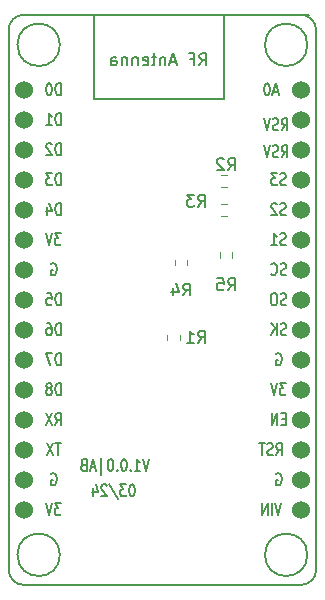
<source format=gbr>
%TF.GenerationSoftware,KiCad,Pcbnew,7.0.10*%
%TF.CreationDate,2024-03-01T13:19:40+01:00*%
%TF.ProjectId,Temp Sensor PCB,54656d70-2053-4656-9e73-6f7220504342,rev?*%
%TF.SameCoordinates,Original*%
%TF.FileFunction,Legend,Bot*%
%TF.FilePolarity,Positive*%
%FSLAX46Y46*%
G04 Gerber Fmt 4.6, Leading zero omitted, Abs format (unit mm)*
G04 Created by KiCad (PCBNEW 7.0.10) date 2024-03-01 13:19:40*
%MOMM*%
%LPD*%
G01*
G04 APERTURE LIST*
%ADD10C,0.150000*%
%ADD11C,0.120000*%
%ADD12C,1.524000*%
G04 APERTURE END LIST*
D10*
X153939696Y-77085819D02*
X154206363Y-76609628D01*
X154396839Y-77085819D02*
X154396839Y-76085819D01*
X154396839Y-76085819D02*
X154092077Y-76085819D01*
X154092077Y-76085819D02*
X154015887Y-76133438D01*
X154015887Y-76133438D02*
X153977792Y-76181057D01*
X153977792Y-76181057D02*
X153939696Y-76276295D01*
X153939696Y-76276295D02*
X153939696Y-76419152D01*
X153939696Y-76419152D02*
X153977792Y-76514390D01*
X153977792Y-76514390D02*
X154015887Y-76562009D01*
X154015887Y-76562009D02*
X154092077Y-76609628D01*
X154092077Y-76609628D02*
X154396839Y-76609628D01*
X153634935Y-77038200D02*
X153520649Y-77085819D01*
X153520649Y-77085819D02*
X153330173Y-77085819D01*
X153330173Y-77085819D02*
X153253982Y-77038200D01*
X153253982Y-77038200D02*
X153215887Y-76990580D01*
X153215887Y-76990580D02*
X153177792Y-76895342D01*
X153177792Y-76895342D02*
X153177792Y-76800104D01*
X153177792Y-76800104D02*
X153215887Y-76704866D01*
X153215887Y-76704866D02*
X153253982Y-76657247D01*
X153253982Y-76657247D02*
X153330173Y-76609628D01*
X153330173Y-76609628D02*
X153482554Y-76562009D01*
X153482554Y-76562009D02*
X153558744Y-76514390D01*
X153558744Y-76514390D02*
X153596839Y-76466771D01*
X153596839Y-76466771D02*
X153634935Y-76371533D01*
X153634935Y-76371533D02*
X153634935Y-76276295D01*
X153634935Y-76276295D02*
X153596839Y-76181057D01*
X153596839Y-76181057D02*
X153558744Y-76133438D01*
X153558744Y-76133438D02*
X153482554Y-76085819D01*
X153482554Y-76085819D02*
X153292077Y-76085819D01*
X153292077Y-76085819D02*
X153177792Y-76133438D01*
X152949220Y-76085819D02*
X152682553Y-77085819D01*
X152682553Y-77085819D02*
X152415887Y-76085819D01*
X142700125Y-104914819D02*
X142433458Y-105914819D01*
X142433458Y-105914819D02*
X142166792Y-104914819D01*
X141481078Y-105914819D02*
X141938221Y-105914819D01*
X141709649Y-105914819D02*
X141709649Y-104914819D01*
X141709649Y-104914819D02*
X141785840Y-105057676D01*
X141785840Y-105057676D02*
X141862030Y-105152914D01*
X141862030Y-105152914D02*
X141938221Y-105200533D01*
X141138220Y-105819580D02*
X141100125Y-105867200D01*
X141100125Y-105867200D02*
X141138220Y-105914819D01*
X141138220Y-105914819D02*
X141176316Y-105867200D01*
X141176316Y-105867200D02*
X141138220Y-105819580D01*
X141138220Y-105819580D02*
X141138220Y-105914819D01*
X140604887Y-104914819D02*
X140528697Y-104914819D01*
X140528697Y-104914819D02*
X140452506Y-104962438D01*
X140452506Y-104962438D02*
X140414411Y-105010057D01*
X140414411Y-105010057D02*
X140376316Y-105105295D01*
X140376316Y-105105295D02*
X140338221Y-105295771D01*
X140338221Y-105295771D02*
X140338221Y-105533866D01*
X140338221Y-105533866D02*
X140376316Y-105724342D01*
X140376316Y-105724342D02*
X140414411Y-105819580D01*
X140414411Y-105819580D02*
X140452506Y-105867200D01*
X140452506Y-105867200D02*
X140528697Y-105914819D01*
X140528697Y-105914819D02*
X140604887Y-105914819D01*
X140604887Y-105914819D02*
X140681078Y-105867200D01*
X140681078Y-105867200D02*
X140719173Y-105819580D01*
X140719173Y-105819580D02*
X140757268Y-105724342D01*
X140757268Y-105724342D02*
X140795364Y-105533866D01*
X140795364Y-105533866D02*
X140795364Y-105295771D01*
X140795364Y-105295771D02*
X140757268Y-105105295D01*
X140757268Y-105105295D02*
X140719173Y-105010057D01*
X140719173Y-105010057D02*
X140681078Y-104962438D01*
X140681078Y-104962438D02*
X140604887Y-104914819D01*
X139995363Y-105819580D02*
X139957268Y-105867200D01*
X139957268Y-105867200D02*
X139995363Y-105914819D01*
X139995363Y-105914819D02*
X140033459Y-105867200D01*
X140033459Y-105867200D02*
X139995363Y-105819580D01*
X139995363Y-105819580D02*
X139995363Y-105914819D01*
X139462030Y-104914819D02*
X139385840Y-104914819D01*
X139385840Y-104914819D02*
X139309649Y-104962438D01*
X139309649Y-104962438D02*
X139271554Y-105010057D01*
X139271554Y-105010057D02*
X139233459Y-105105295D01*
X139233459Y-105105295D02*
X139195364Y-105295771D01*
X139195364Y-105295771D02*
X139195364Y-105533866D01*
X139195364Y-105533866D02*
X139233459Y-105724342D01*
X139233459Y-105724342D02*
X139271554Y-105819580D01*
X139271554Y-105819580D02*
X139309649Y-105867200D01*
X139309649Y-105867200D02*
X139385840Y-105914819D01*
X139385840Y-105914819D02*
X139462030Y-105914819D01*
X139462030Y-105914819D02*
X139538221Y-105867200D01*
X139538221Y-105867200D02*
X139576316Y-105819580D01*
X139576316Y-105819580D02*
X139614411Y-105724342D01*
X139614411Y-105724342D02*
X139652507Y-105533866D01*
X139652507Y-105533866D02*
X139652507Y-105295771D01*
X139652507Y-105295771D02*
X139614411Y-105105295D01*
X139614411Y-105105295D02*
X139576316Y-105010057D01*
X139576316Y-105010057D02*
X139538221Y-104962438D01*
X139538221Y-104962438D02*
X139462030Y-104914819D01*
X138662030Y-106248152D02*
X138662030Y-104819580D01*
X138128697Y-105629104D02*
X137747744Y-105629104D01*
X138204887Y-105914819D02*
X137938220Y-104914819D01*
X137938220Y-104914819D02*
X137671554Y-105914819D01*
X137138221Y-105391009D02*
X137023935Y-105438628D01*
X137023935Y-105438628D02*
X136985840Y-105486247D01*
X136985840Y-105486247D02*
X136947744Y-105581485D01*
X136947744Y-105581485D02*
X136947744Y-105724342D01*
X136947744Y-105724342D02*
X136985840Y-105819580D01*
X136985840Y-105819580D02*
X137023935Y-105867200D01*
X137023935Y-105867200D02*
X137100125Y-105914819D01*
X137100125Y-105914819D02*
X137404887Y-105914819D01*
X137404887Y-105914819D02*
X137404887Y-104914819D01*
X137404887Y-104914819D02*
X137138221Y-104914819D01*
X137138221Y-104914819D02*
X137062030Y-104962438D01*
X137062030Y-104962438D02*
X137023935Y-105010057D01*
X137023935Y-105010057D02*
X136985840Y-105105295D01*
X136985840Y-105105295D02*
X136985840Y-105200533D01*
X136985840Y-105200533D02*
X137023935Y-105295771D01*
X137023935Y-105295771D02*
X137062030Y-105343390D01*
X137062030Y-105343390D02*
X137138221Y-105391009D01*
X137138221Y-105391009D02*
X137404887Y-105391009D01*
X141290458Y-107073819D02*
X141214268Y-107073819D01*
X141214268Y-107073819D02*
X141138077Y-107121438D01*
X141138077Y-107121438D02*
X141099982Y-107169057D01*
X141099982Y-107169057D02*
X141061887Y-107264295D01*
X141061887Y-107264295D02*
X141023792Y-107454771D01*
X141023792Y-107454771D02*
X141023792Y-107692866D01*
X141023792Y-107692866D02*
X141061887Y-107883342D01*
X141061887Y-107883342D02*
X141099982Y-107978580D01*
X141099982Y-107978580D02*
X141138077Y-108026200D01*
X141138077Y-108026200D02*
X141214268Y-108073819D01*
X141214268Y-108073819D02*
X141290458Y-108073819D01*
X141290458Y-108073819D02*
X141366649Y-108026200D01*
X141366649Y-108026200D02*
X141404744Y-107978580D01*
X141404744Y-107978580D02*
X141442839Y-107883342D01*
X141442839Y-107883342D02*
X141480935Y-107692866D01*
X141480935Y-107692866D02*
X141480935Y-107454771D01*
X141480935Y-107454771D02*
X141442839Y-107264295D01*
X141442839Y-107264295D02*
X141404744Y-107169057D01*
X141404744Y-107169057D02*
X141366649Y-107121438D01*
X141366649Y-107121438D02*
X141290458Y-107073819D01*
X140757125Y-107073819D02*
X140261887Y-107073819D01*
X140261887Y-107073819D02*
X140528553Y-107454771D01*
X140528553Y-107454771D02*
X140414268Y-107454771D01*
X140414268Y-107454771D02*
X140338077Y-107502390D01*
X140338077Y-107502390D02*
X140299982Y-107550009D01*
X140299982Y-107550009D02*
X140261887Y-107645247D01*
X140261887Y-107645247D02*
X140261887Y-107883342D01*
X140261887Y-107883342D02*
X140299982Y-107978580D01*
X140299982Y-107978580D02*
X140338077Y-108026200D01*
X140338077Y-108026200D02*
X140414268Y-108073819D01*
X140414268Y-108073819D02*
X140642839Y-108073819D01*
X140642839Y-108073819D02*
X140719030Y-108026200D01*
X140719030Y-108026200D02*
X140757125Y-107978580D01*
X139347601Y-107026200D02*
X140033315Y-108311914D01*
X139119030Y-107169057D02*
X139080934Y-107121438D01*
X139080934Y-107121438D02*
X139004744Y-107073819D01*
X139004744Y-107073819D02*
X138814268Y-107073819D01*
X138814268Y-107073819D02*
X138738077Y-107121438D01*
X138738077Y-107121438D02*
X138699982Y-107169057D01*
X138699982Y-107169057D02*
X138661887Y-107264295D01*
X138661887Y-107264295D02*
X138661887Y-107359533D01*
X138661887Y-107359533D02*
X138699982Y-107502390D01*
X138699982Y-107502390D02*
X139157125Y-108073819D01*
X139157125Y-108073819D02*
X138661887Y-108073819D01*
X137976172Y-107407152D02*
X137976172Y-108073819D01*
X138166648Y-107026200D02*
X138357125Y-107740485D01*
X138357125Y-107740485D02*
X137861886Y-107740485D01*
X153939696Y-79371819D02*
X154206363Y-78895628D01*
X154396839Y-79371819D02*
X154396839Y-78371819D01*
X154396839Y-78371819D02*
X154092077Y-78371819D01*
X154092077Y-78371819D02*
X154015887Y-78419438D01*
X154015887Y-78419438D02*
X153977792Y-78467057D01*
X153977792Y-78467057D02*
X153939696Y-78562295D01*
X153939696Y-78562295D02*
X153939696Y-78705152D01*
X153939696Y-78705152D02*
X153977792Y-78800390D01*
X153977792Y-78800390D02*
X154015887Y-78848009D01*
X154015887Y-78848009D02*
X154092077Y-78895628D01*
X154092077Y-78895628D02*
X154396839Y-78895628D01*
X153634935Y-79324200D02*
X153520649Y-79371819D01*
X153520649Y-79371819D02*
X153330173Y-79371819D01*
X153330173Y-79371819D02*
X153253982Y-79324200D01*
X153253982Y-79324200D02*
X153215887Y-79276580D01*
X153215887Y-79276580D02*
X153177792Y-79181342D01*
X153177792Y-79181342D02*
X153177792Y-79086104D01*
X153177792Y-79086104D02*
X153215887Y-78990866D01*
X153215887Y-78990866D02*
X153253982Y-78943247D01*
X153253982Y-78943247D02*
X153330173Y-78895628D01*
X153330173Y-78895628D02*
X153482554Y-78848009D01*
X153482554Y-78848009D02*
X153558744Y-78800390D01*
X153558744Y-78800390D02*
X153596839Y-78752771D01*
X153596839Y-78752771D02*
X153634935Y-78657533D01*
X153634935Y-78657533D02*
X153634935Y-78562295D01*
X153634935Y-78562295D02*
X153596839Y-78467057D01*
X153596839Y-78467057D02*
X153558744Y-78419438D01*
X153558744Y-78419438D02*
X153482554Y-78371819D01*
X153482554Y-78371819D02*
X153292077Y-78371819D01*
X153292077Y-78371819D02*
X153177792Y-78419438D01*
X152949220Y-78371819D02*
X152682553Y-79371819D01*
X152682553Y-79371819D02*
X152415887Y-78371819D01*
X146851666Y-95069819D02*
X147184999Y-94593628D01*
X147423094Y-95069819D02*
X147423094Y-94069819D01*
X147423094Y-94069819D02*
X147042142Y-94069819D01*
X147042142Y-94069819D02*
X146946904Y-94117438D01*
X146946904Y-94117438D02*
X146899285Y-94165057D01*
X146899285Y-94165057D02*
X146851666Y-94260295D01*
X146851666Y-94260295D02*
X146851666Y-94403152D01*
X146851666Y-94403152D02*
X146899285Y-94498390D01*
X146899285Y-94498390D02*
X146946904Y-94546009D01*
X146946904Y-94546009D02*
X147042142Y-94593628D01*
X147042142Y-94593628D02*
X147423094Y-94593628D01*
X145899285Y-95069819D02*
X146470713Y-95069819D01*
X146184999Y-95069819D02*
X146184999Y-94069819D01*
X146184999Y-94069819D02*
X146280237Y-94212676D01*
X146280237Y-94212676D02*
X146375475Y-94307914D01*
X146375475Y-94307914D02*
X146470713Y-94355533D01*
X146851666Y-83544819D02*
X147184999Y-83068628D01*
X147423094Y-83544819D02*
X147423094Y-82544819D01*
X147423094Y-82544819D02*
X147042142Y-82544819D01*
X147042142Y-82544819D02*
X146946904Y-82592438D01*
X146946904Y-82592438D02*
X146899285Y-82640057D01*
X146899285Y-82640057D02*
X146851666Y-82735295D01*
X146851666Y-82735295D02*
X146851666Y-82878152D01*
X146851666Y-82878152D02*
X146899285Y-82973390D01*
X146899285Y-82973390D02*
X146946904Y-83021009D01*
X146946904Y-83021009D02*
X147042142Y-83068628D01*
X147042142Y-83068628D02*
X147423094Y-83068628D01*
X146518332Y-82544819D02*
X145899285Y-82544819D01*
X145899285Y-82544819D02*
X146232618Y-82925771D01*
X146232618Y-82925771D02*
X146089761Y-82925771D01*
X146089761Y-82925771D02*
X145994523Y-82973390D01*
X145994523Y-82973390D02*
X145946904Y-83021009D01*
X145946904Y-83021009D02*
X145899285Y-83116247D01*
X145899285Y-83116247D02*
X145899285Y-83354342D01*
X145899285Y-83354342D02*
X145946904Y-83449580D01*
X145946904Y-83449580D02*
X145994523Y-83497200D01*
X145994523Y-83497200D02*
X146089761Y-83544819D01*
X146089761Y-83544819D02*
X146375475Y-83544819D01*
X146375475Y-83544819D02*
X146470713Y-83497200D01*
X146470713Y-83497200D02*
X146518332Y-83449580D01*
X149391666Y-80464819D02*
X149724999Y-79988628D01*
X149963094Y-80464819D02*
X149963094Y-79464819D01*
X149963094Y-79464819D02*
X149582142Y-79464819D01*
X149582142Y-79464819D02*
X149486904Y-79512438D01*
X149486904Y-79512438D02*
X149439285Y-79560057D01*
X149439285Y-79560057D02*
X149391666Y-79655295D01*
X149391666Y-79655295D02*
X149391666Y-79798152D01*
X149391666Y-79798152D02*
X149439285Y-79893390D01*
X149439285Y-79893390D02*
X149486904Y-79941009D01*
X149486904Y-79941009D02*
X149582142Y-79988628D01*
X149582142Y-79988628D02*
X149963094Y-79988628D01*
X149010713Y-79560057D02*
X148963094Y-79512438D01*
X148963094Y-79512438D02*
X148867856Y-79464819D01*
X148867856Y-79464819D02*
X148629761Y-79464819D01*
X148629761Y-79464819D02*
X148534523Y-79512438D01*
X148534523Y-79512438D02*
X148486904Y-79560057D01*
X148486904Y-79560057D02*
X148439285Y-79655295D01*
X148439285Y-79655295D02*
X148439285Y-79750533D01*
X148439285Y-79750533D02*
X148486904Y-79893390D01*
X148486904Y-79893390D02*
X149058332Y-80464819D01*
X149058332Y-80464819D02*
X148439285Y-80464819D01*
X149391666Y-90624819D02*
X149724999Y-90148628D01*
X149963094Y-90624819D02*
X149963094Y-89624819D01*
X149963094Y-89624819D02*
X149582142Y-89624819D01*
X149582142Y-89624819D02*
X149486904Y-89672438D01*
X149486904Y-89672438D02*
X149439285Y-89720057D01*
X149439285Y-89720057D02*
X149391666Y-89815295D01*
X149391666Y-89815295D02*
X149391666Y-89958152D01*
X149391666Y-89958152D02*
X149439285Y-90053390D01*
X149439285Y-90053390D02*
X149486904Y-90101009D01*
X149486904Y-90101009D02*
X149582142Y-90148628D01*
X149582142Y-90148628D02*
X149963094Y-90148628D01*
X148486904Y-89624819D02*
X148963094Y-89624819D01*
X148963094Y-89624819D02*
X149010713Y-90101009D01*
X149010713Y-90101009D02*
X148963094Y-90053390D01*
X148963094Y-90053390D02*
X148867856Y-90005771D01*
X148867856Y-90005771D02*
X148629761Y-90005771D01*
X148629761Y-90005771D02*
X148534523Y-90053390D01*
X148534523Y-90053390D02*
X148486904Y-90101009D01*
X148486904Y-90101009D02*
X148439285Y-90196247D01*
X148439285Y-90196247D02*
X148439285Y-90434342D01*
X148439285Y-90434342D02*
X148486904Y-90529580D01*
X148486904Y-90529580D02*
X148534523Y-90577200D01*
X148534523Y-90577200D02*
X148629761Y-90624819D01*
X148629761Y-90624819D02*
X148867856Y-90624819D01*
X148867856Y-90624819D02*
X148963094Y-90577200D01*
X148963094Y-90577200D02*
X149010713Y-90529580D01*
X145581666Y-91069819D02*
X145914999Y-90593628D01*
X146153094Y-91069819D02*
X146153094Y-90069819D01*
X146153094Y-90069819D02*
X145772142Y-90069819D01*
X145772142Y-90069819D02*
X145676904Y-90117438D01*
X145676904Y-90117438D02*
X145629285Y-90165057D01*
X145629285Y-90165057D02*
X145581666Y-90260295D01*
X145581666Y-90260295D02*
X145581666Y-90403152D01*
X145581666Y-90403152D02*
X145629285Y-90498390D01*
X145629285Y-90498390D02*
X145676904Y-90546009D01*
X145676904Y-90546009D02*
X145772142Y-90593628D01*
X145772142Y-90593628D02*
X146153094Y-90593628D01*
X144724523Y-90403152D02*
X144724523Y-91069819D01*
X144962618Y-90022200D02*
X145200713Y-90736485D01*
X145200713Y-90736485D02*
X144581666Y-90736485D01*
X135210475Y-99514819D02*
X135210475Y-98514819D01*
X135210475Y-98514819D02*
X135019999Y-98514819D01*
X135019999Y-98514819D02*
X134905713Y-98562438D01*
X134905713Y-98562438D02*
X134829523Y-98657676D01*
X134829523Y-98657676D02*
X134791428Y-98752914D01*
X134791428Y-98752914D02*
X134753332Y-98943390D01*
X134753332Y-98943390D02*
X134753332Y-99086247D01*
X134753332Y-99086247D02*
X134791428Y-99276723D01*
X134791428Y-99276723D02*
X134829523Y-99371961D01*
X134829523Y-99371961D02*
X134905713Y-99467200D01*
X134905713Y-99467200D02*
X135019999Y-99514819D01*
X135019999Y-99514819D02*
X135210475Y-99514819D01*
X134296190Y-98943390D02*
X134372380Y-98895771D01*
X134372380Y-98895771D02*
X134410475Y-98848152D01*
X134410475Y-98848152D02*
X134448571Y-98752914D01*
X134448571Y-98752914D02*
X134448571Y-98705295D01*
X134448571Y-98705295D02*
X134410475Y-98610057D01*
X134410475Y-98610057D02*
X134372380Y-98562438D01*
X134372380Y-98562438D02*
X134296190Y-98514819D01*
X134296190Y-98514819D02*
X134143809Y-98514819D01*
X134143809Y-98514819D02*
X134067618Y-98562438D01*
X134067618Y-98562438D02*
X134029523Y-98610057D01*
X134029523Y-98610057D02*
X133991428Y-98705295D01*
X133991428Y-98705295D02*
X133991428Y-98752914D01*
X133991428Y-98752914D02*
X134029523Y-98848152D01*
X134029523Y-98848152D02*
X134067618Y-98895771D01*
X134067618Y-98895771D02*
X134143809Y-98943390D01*
X134143809Y-98943390D02*
X134296190Y-98943390D01*
X134296190Y-98943390D02*
X134372380Y-98991009D01*
X134372380Y-98991009D02*
X134410475Y-99038628D01*
X134410475Y-99038628D02*
X134448571Y-99133866D01*
X134448571Y-99133866D02*
X134448571Y-99324342D01*
X134448571Y-99324342D02*
X134410475Y-99419580D01*
X134410475Y-99419580D02*
X134372380Y-99467200D01*
X134372380Y-99467200D02*
X134296190Y-99514819D01*
X134296190Y-99514819D02*
X134143809Y-99514819D01*
X134143809Y-99514819D02*
X134067618Y-99467200D01*
X134067618Y-99467200D02*
X134029523Y-99419580D01*
X134029523Y-99419580D02*
X133991428Y-99324342D01*
X133991428Y-99324342D02*
X133991428Y-99133866D01*
X133991428Y-99133866D02*
X134029523Y-99038628D01*
X134029523Y-99038628D02*
X134067618Y-98991009D01*
X134067618Y-98991009D02*
X134143809Y-98943390D01*
X153460476Y-106182438D02*
X153536666Y-106134819D01*
X153536666Y-106134819D02*
X153650952Y-106134819D01*
X153650952Y-106134819D02*
X153765238Y-106182438D01*
X153765238Y-106182438D02*
X153841428Y-106277676D01*
X153841428Y-106277676D02*
X153879523Y-106372914D01*
X153879523Y-106372914D02*
X153917619Y-106563390D01*
X153917619Y-106563390D02*
X153917619Y-106706247D01*
X153917619Y-106706247D02*
X153879523Y-106896723D01*
X153879523Y-106896723D02*
X153841428Y-106991961D01*
X153841428Y-106991961D02*
X153765238Y-107087200D01*
X153765238Y-107087200D02*
X153650952Y-107134819D01*
X153650952Y-107134819D02*
X153574761Y-107134819D01*
X153574761Y-107134819D02*
X153460476Y-107087200D01*
X153460476Y-107087200D02*
X153422380Y-107039580D01*
X153422380Y-107039580D02*
X153422380Y-106706247D01*
X153422380Y-106706247D02*
X153574761Y-106706247D01*
X135210475Y-91894819D02*
X135210475Y-90894819D01*
X135210475Y-90894819D02*
X135019999Y-90894819D01*
X135019999Y-90894819D02*
X134905713Y-90942438D01*
X134905713Y-90942438D02*
X134829523Y-91037676D01*
X134829523Y-91037676D02*
X134791428Y-91132914D01*
X134791428Y-91132914D02*
X134753332Y-91323390D01*
X134753332Y-91323390D02*
X134753332Y-91466247D01*
X134753332Y-91466247D02*
X134791428Y-91656723D01*
X134791428Y-91656723D02*
X134829523Y-91751961D01*
X134829523Y-91751961D02*
X134905713Y-91847200D01*
X134905713Y-91847200D02*
X135019999Y-91894819D01*
X135019999Y-91894819D02*
X135210475Y-91894819D01*
X134029523Y-90894819D02*
X134410475Y-90894819D01*
X134410475Y-90894819D02*
X134448571Y-91371009D01*
X134448571Y-91371009D02*
X134410475Y-91323390D01*
X134410475Y-91323390D02*
X134334285Y-91275771D01*
X134334285Y-91275771D02*
X134143809Y-91275771D01*
X134143809Y-91275771D02*
X134067618Y-91323390D01*
X134067618Y-91323390D02*
X134029523Y-91371009D01*
X134029523Y-91371009D02*
X133991428Y-91466247D01*
X133991428Y-91466247D02*
X133991428Y-91704342D01*
X133991428Y-91704342D02*
X134029523Y-91799580D01*
X134029523Y-91799580D02*
X134067618Y-91847200D01*
X134067618Y-91847200D02*
X134143809Y-91894819D01*
X134143809Y-91894819D02*
X134334285Y-91894819D01*
X134334285Y-91894819D02*
X134410475Y-91847200D01*
X134410475Y-91847200D02*
X134448571Y-91799580D01*
X153911189Y-108674819D02*
X153644522Y-109674819D01*
X153644522Y-109674819D02*
X153377856Y-108674819D01*
X153111189Y-109674819D02*
X153111189Y-108674819D01*
X152730237Y-109674819D02*
X152730237Y-108674819D01*
X152730237Y-108674819D02*
X152273094Y-109674819D01*
X152273094Y-109674819D02*
X152273094Y-108674819D01*
X134410476Y-88402438D02*
X134486666Y-88354819D01*
X134486666Y-88354819D02*
X134600952Y-88354819D01*
X134600952Y-88354819D02*
X134715238Y-88402438D01*
X134715238Y-88402438D02*
X134791428Y-88497676D01*
X134791428Y-88497676D02*
X134829523Y-88592914D01*
X134829523Y-88592914D02*
X134867619Y-88783390D01*
X134867619Y-88783390D02*
X134867619Y-88926247D01*
X134867619Y-88926247D02*
X134829523Y-89116723D01*
X134829523Y-89116723D02*
X134791428Y-89211961D01*
X134791428Y-89211961D02*
X134715238Y-89307200D01*
X134715238Y-89307200D02*
X134600952Y-89354819D01*
X134600952Y-89354819D02*
X134524761Y-89354819D01*
X134524761Y-89354819D02*
X134410476Y-89307200D01*
X134410476Y-89307200D02*
X134372380Y-89259580D01*
X134372380Y-89259580D02*
X134372380Y-88926247D01*
X134372380Y-88926247D02*
X134524761Y-88926247D01*
X135210475Y-94434819D02*
X135210475Y-93434819D01*
X135210475Y-93434819D02*
X135019999Y-93434819D01*
X135019999Y-93434819D02*
X134905713Y-93482438D01*
X134905713Y-93482438D02*
X134829523Y-93577676D01*
X134829523Y-93577676D02*
X134791428Y-93672914D01*
X134791428Y-93672914D02*
X134753332Y-93863390D01*
X134753332Y-93863390D02*
X134753332Y-94006247D01*
X134753332Y-94006247D02*
X134791428Y-94196723D01*
X134791428Y-94196723D02*
X134829523Y-94291961D01*
X134829523Y-94291961D02*
X134905713Y-94387200D01*
X134905713Y-94387200D02*
X135019999Y-94434819D01*
X135019999Y-94434819D02*
X135210475Y-94434819D01*
X134067618Y-93434819D02*
X134219999Y-93434819D01*
X134219999Y-93434819D02*
X134296190Y-93482438D01*
X134296190Y-93482438D02*
X134334285Y-93530057D01*
X134334285Y-93530057D02*
X134410475Y-93672914D01*
X134410475Y-93672914D02*
X134448571Y-93863390D01*
X134448571Y-93863390D02*
X134448571Y-94244342D01*
X134448571Y-94244342D02*
X134410475Y-94339580D01*
X134410475Y-94339580D02*
X134372380Y-94387200D01*
X134372380Y-94387200D02*
X134296190Y-94434819D01*
X134296190Y-94434819D02*
X134143809Y-94434819D01*
X134143809Y-94434819D02*
X134067618Y-94387200D01*
X134067618Y-94387200D02*
X134029523Y-94339580D01*
X134029523Y-94339580D02*
X133991428Y-94244342D01*
X133991428Y-94244342D02*
X133991428Y-94006247D01*
X133991428Y-94006247D02*
X134029523Y-93911009D01*
X134029523Y-93911009D02*
X134067618Y-93863390D01*
X134067618Y-93863390D02*
X134143809Y-93815771D01*
X134143809Y-93815771D02*
X134296190Y-93815771D01*
X134296190Y-93815771D02*
X134372380Y-93863390D01*
X134372380Y-93863390D02*
X134410475Y-93911009D01*
X134410475Y-93911009D02*
X134448571Y-94006247D01*
X146962381Y-71574819D02*
X147295714Y-71098628D01*
X147533809Y-71574819D02*
X147533809Y-70574819D01*
X147533809Y-70574819D02*
X147152857Y-70574819D01*
X147152857Y-70574819D02*
X147057619Y-70622438D01*
X147057619Y-70622438D02*
X147010000Y-70670057D01*
X147010000Y-70670057D02*
X146962381Y-70765295D01*
X146962381Y-70765295D02*
X146962381Y-70908152D01*
X146962381Y-70908152D02*
X147010000Y-71003390D01*
X147010000Y-71003390D02*
X147057619Y-71051009D01*
X147057619Y-71051009D02*
X147152857Y-71098628D01*
X147152857Y-71098628D02*
X147533809Y-71098628D01*
X146200476Y-71051009D02*
X146533809Y-71051009D01*
X146533809Y-71574819D02*
X146533809Y-70574819D01*
X146533809Y-70574819D02*
X146057619Y-70574819D01*
X144962380Y-71289104D02*
X144486190Y-71289104D01*
X145057618Y-71574819D02*
X144724285Y-70574819D01*
X144724285Y-70574819D02*
X144390952Y-71574819D01*
X144057618Y-70908152D02*
X144057618Y-71574819D01*
X144057618Y-71003390D02*
X144009999Y-70955771D01*
X144009999Y-70955771D02*
X143914761Y-70908152D01*
X143914761Y-70908152D02*
X143771904Y-70908152D01*
X143771904Y-70908152D02*
X143676666Y-70955771D01*
X143676666Y-70955771D02*
X143629047Y-71051009D01*
X143629047Y-71051009D02*
X143629047Y-71574819D01*
X143295713Y-70908152D02*
X142914761Y-70908152D01*
X143152856Y-70574819D02*
X143152856Y-71431961D01*
X143152856Y-71431961D02*
X143105237Y-71527200D01*
X143105237Y-71527200D02*
X143009999Y-71574819D01*
X143009999Y-71574819D02*
X142914761Y-71574819D01*
X142200475Y-71527200D02*
X142295713Y-71574819D01*
X142295713Y-71574819D02*
X142486189Y-71574819D01*
X142486189Y-71574819D02*
X142581427Y-71527200D01*
X142581427Y-71527200D02*
X142629046Y-71431961D01*
X142629046Y-71431961D02*
X142629046Y-71051009D01*
X142629046Y-71051009D02*
X142581427Y-70955771D01*
X142581427Y-70955771D02*
X142486189Y-70908152D01*
X142486189Y-70908152D02*
X142295713Y-70908152D01*
X142295713Y-70908152D02*
X142200475Y-70955771D01*
X142200475Y-70955771D02*
X142152856Y-71051009D01*
X142152856Y-71051009D02*
X142152856Y-71146247D01*
X142152856Y-71146247D02*
X142629046Y-71241485D01*
X141724284Y-70908152D02*
X141724284Y-71574819D01*
X141724284Y-71003390D02*
X141676665Y-70955771D01*
X141676665Y-70955771D02*
X141581427Y-70908152D01*
X141581427Y-70908152D02*
X141438570Y-70908152D01*
X141438570Y-70908152D02*
X141343332Y-70955771D01*
X141343332Y-70955771D02*
X141295713Y-71051009D01*
X141295713Y-71051009D02*
X141295713Y-71574819D01*
X140819522Y-70908152D02*
X140819522Y-71574819D01*
X140819522Y-71003390D02*
X140771903Y-70955771D01*
X140771903Y-70955771D02*
X140676665Y-70908152D01*
X140676665Y-70908152D02*
X140533808Y-70908152D01*
X140533808Y-70908152D02*
X140438570Y-70955771D01*
X140438570Y-70955771D02*
X140390951Y-71051009D01*
X140390951Y-71051009D02*
X140390951Y-71574819D01*
X139486189Y-71574819D02*
X139486189Y-71051009D01*
X139486189Y-71051009D02*
X139533808Y-70955771D01*
X139533808Y-70955771D02*
X139629046Y-70908152D01*
X139629046Y-70908152D02*
X139819522Y-70908152D01*
X139819522Y-70908152D02*
X139914760Y-70955771D01*
X139486189Y-71527200D02*
X139581427Y-71574819D01*
X139581427Y-71574819D02*
X139819522Y-71574819D01*
X139819522Y-71574819D02*
X139914760Y-71527200D01*
X139914760Y-71527200D02*
X139962379Y-71431961D01*
X139962379Y-71431961D02*
X139962379Y-71336723D01*
X139962379Y-71336723D02*
X139914760Y-71241485D01*
X139914760Y-71241485D02*
X139819522Y-71193866D01*
X139819522Y-71193866D02*
X139581427Y-71193866D01*
X139581427Y-71193866D02*
X139486189Y-71146247D01*
X135210475Y-79194819D02*
X135210475Y-78194819D01*
X135210475Y-78194819D02*
X135019999Y-78194819D01*
X135019999Y-78194819D02*
X134905713Y-78242438D01*
X134905713Y-78242438D02*
X134829523Y-78337676D01*
X134829523Y-78337676D02*
X134791428Y-78432914D01*
X134791428Y-78432914D02*
X134753332Y-78623390D01*
X134753332Y-78623390D02*
X134753332Y-78766247D01*
X134753332Y-78766247D02*
X134791428Y-78956723D01*
X134791428Y-78956723D02*
X134829523Y-79051961D01*
X134829523Y-79051961D02*
X134905713Y-79147200D01*
X134905713Y-79147200D02*
X135019999Y-79194819D01*
X135019999Y-79194819D02*
X135210475Y-79194819D01*
X134448571Y-78290057D02*
X134410475Y-78242438D01*
X134410475Y-78242438D02*
X134334285Y-78194819D01*
X134334285Y-78194819D02*
X134143809Y-78194819D01*
X134143809Y-78194819D02*
X134067618Y-78242438D01*
X134067618Y-78242438D02*
X134029523Y-78290057D01*
X134029523Y-78290057D02*
X133991428Y-78385295D01*
X133991428Y-78385295D02*
X133991428Y-78480533D01*
X133991428Y-78480533D02*
X134029523Y-78623390D01*
X134029523Y-78623390D02*
X134486666Y-79194819D01*
X134486666Y-79194819D02*
X133991428Y-79194819D01*
X134753332Y-102054819D02*
X135019999Y-101578628D01*
X135210475Y-102054819D02*
X135210475Y-101054819D01*
X135210475Y-101054819D02*
X134905713Y-101054819D01*
X134905713Y-101054819D02*
X134829523Y-101102438D01*
X134829523Y-101102438D02*
X134791428Y-101150057D01*
X134791428Y-101150057D02*
X134753332Y-101245295D01*
X134753332Y-101245295D02*
X134753332Y-101388152D01*
X134753332Y-101388152D02*
X134791428Y-101483390D01*
X134791428Y-101483390D02*
X134829523Y-101531009D01*
X134829523Y-101531009D02*
X134905713Y-101578628D01*
X134905713Y-101578628D02*
X135210475Y-101578628D01*
X134486666Y-101054819D02*
X133953332Y-102054819D01*
X133953332Y-101054819D02*
X134486666Y-102054819D01*
X154260475Y-101531009D02*
X153993809Y-101531009D01*
X153879523Y-102054819D02*
X154260475Y-102054819D01*
X154260475Y-102054819D02*
X154260475Y-101054819D01*
X154260475Y-101054819D02*
X153879523Y-101054819D01*
X153536665Y-102054819D02*
X153536665Y-101054819D01*
X153536665Y-101054819D02*
X153079522Y-102054819D01*
X153079522Y-102054819D02*
X153079522Y-101054819D01*
X153460476Y-96022438D02*
X153536666Y-95974819D01*
X153536666Y-95974819D02*
X153650952Y-95974819D01*
X153650952Y-95974819D02*
X153765238Y-96022438D01*
X153765238Y-96022438D02*
X153841428Y-96117676D01*
X153841428Y-96117676D02*
X153879523Y-96212914D01*
X153879523Y-96212914D02*
X153917619Y-96403390D01*
X153917619Y-96403390D02*
X153917619Y-96546247D01*
X153917619Y-96546247D02*
X153879523Y-96736723D01*
X153879523Y-96736723D02*
X153841428Y-96831961D01*
X153841428Y-96831961D02*
X153765238Y-96927200D01*
X153765238Y-96927200D02*
X153650952Y-96974819D01*
X153650952Y-96974819D02*
X153574761Y-96974819D01*
X153574761Y-96974819D02*
X153460476Y-96927200D01*
X153460476Y-96927200D02*
X153422380Y-96879580D01*
X153422380Y-96879580D02*
X153422380Y-96546247D01*
X153422380Y-96546247D02*
X153574761Y-96546247D01*
X154279524Y-81687200D02*
X154165238Y-81734819D01*
X154165238Y-81734819D02*
X153974762Y-81734819D01*
X153974762Y-81734819D02*
X153898571Y-81687200D01*
X153898571Y-81687200D02*
X153860476Y-81639580D01*
X153860476Y-81639580D02*
X153822381Y-81544342D01*
X153822381Y-81544342D02*
X153822381Y-81449104D01*
X153822381Y-81449104D02*
X153860476Y-81353866D01*
X153860476Y-81353866D02*
X153898571Y-81306247D01*
X153898571Y-81306247D02*
X153974762Y-81258628D01*
X153974762Y-81258628D02*
X154127143Y-81211009D01*
X154127143Y-81211009D02*
X154203333Y-81163390D01*
X154203333Y-81163390D02*
X154241428Y-81115771D01*
X154241428Y-81115771D02*
X154279524Y-81020533D01*
X154279524Y-81020533D02*
X154279524Y-80925295D01*
X154279524Y-80925295D02*
X154241428Y-80830057D01*
X154241428Y-80830057D02*
X154203333Y-80782438D01*
X154203333Y-80782438D02*
X154127143Y-80734819D01*
X154127143Y-80734819D02*
X153936666Y-80734819D01*
X153936666Y-80734819D02*
X153822381Y-80782438D01*
X153555714Y-80734819D02*
X153060476Y-80734819D01*
X153060476Y-80734819D02*
X153327142Y-81115771D01*
X153327142Y-81115771D02*
X153212857Y-81115771D01*
X153212857Y-81115771D02*
X153136666Y-81163390D01*
X153136666Y-81163390D02*
X153098571Y-81211009D01*
X153098571Y-81211009D02*
X153060476Y-81306247D01*
X153060476Y-81306247D02*
X153060476Y-81544342D01*
X153060476Y-81544342D02*
X153098571Y-81639580D01*
X153098571Y-81639580D02*
X153136666Y-81687200D01*
X153136666Y-81687200D02*
X153212857Y-81734819D01*
X153212857Y-81734819D02*
X153441428Y-81734819D01*
X153441428Y-81734819D02*
X153517619Y-81687200D01*
X153517619Y-81687200D02*
X153555714Y-81639580D01*
X135229523Y-103594819D02*
X134772380Y-103594819D01*
X135000952Y-104594819D02*
X135000952Y-103594819D01*
X134581904Y-103594819D02*
X134048570Y-104594819D01*
X134048570Y-103594819D02*
X134581904Y-104594819D01*
X154298571Y-94387200D02*
X154184285Y-94434819D01*
X154184285Y-94434819D02*
X153993809Y-94434819D01*
X153993809Y-94434819D02*
X153917618Y-94387200D01*
X153917618Y-94387200D02*
X153879523Y-94339580D01*
X153879523Y-94339580D02*
X153841428Y-94244342D01*
X153841428Y-94244342D02*
X153841428Y-94149104D01*
X153841428Y-94149104D02*
X153879523Y-94053866D01*
X153879523Y-94053866D02*
X153917618Y-94006247D01*
X153917618Y-94006247D02*
X153993809Y-93958628D01*
X153993809Y-93958628D02*
X154146190Y-93911009D01*
X154146190Y-93911009D02*
X154222380Y-93863390D01*
X154222380Y-93863390D02*
X154260475Y-93815771D01*
X154260475Y-93815771D02*
X154298571Y-93720533D01*
X154298571Y-93720533D02*
X154298571Y-93625295D01*
X154298571Y-93625295D02*
X154260475Y-93530057D01*
X154260475Y-93530057D02*
X154222380Y-93482438D01*
X154222380Y-93482438D02*
X154146190Y-93434819D01*
X154146190Y-93434819D02*
X153955713Y-93434819D01*
X153955713Y-93434819D02*
X153841428Y-93482438D01*
X153498570Y-94434819D02*
X153498570Y-93434819D01*
X153041427Y-94434819D02*
X153384285Y-93863390D01*
X153041427Y-93434819D02*
X153498570Y-94006247D01*
X135229523Y-85814819D02*
X134734285Y-85814819D01*
X134734285Y-85814819D02*
X135000951Y-86195771D01*
X135000951Y-86195771D02*
X134886666Y-86195771D01*
X134886666Y-86195771D02*
X134810475Y-86243390D01*
X134810475Y-86243390D02*
X134772380Y-86291009D01*
X134772380Y-86291009D02*
X134734285Y-86386247D01*
X134734285Y-86386247D02*
X134734285Y-86624342D01*
X134734285Y-86624342D02*
X134772380Y-86719580D01*
X134772380Y-86719580D02*
X134810475Y-86767200D01*
X134810475Y-86767200D02*
X134886666Y-86814819D01*
X134886666Y-86814819D02*
X135115237Y-86814819D01*
X135115237Y-86814819D02*
X135191428Y-86767200D01*
X135191428Y-86767200D02*
X135229523Y-86719580D01*
X134505713Y-85814819D02*
X134239046Y-86814819D01*
X134239046Y-86814819D02*
X133972380Y-85814819D01*
X154279524Y-86767200D02*
X154165238Y-86814819D01*
X154165238Y-86814819D02*
X153974762Y-86814819D01*
X153974762Y-86814819D02*
X153898571Y-86767200D01*
X153898571Y-86767200D02*
X153860476Y-86719580D01*
X153860476Y-86719580D02*
X153822381Y-86624342D01*
X153822381Y-86624342D02*
X153822381Y-86529104D01*
X153822381Y-86529104D02*
X153860476Y-86433866D01*
X153860476Y-86433866D02*
X153898571Y-86386247D01*
X153898571Y-86386247D02*
X153974762Y-86338628D01*
X153974762Y-86338628D02*
X154127143Y-86291009D01*
X154127143Y-86291009D02*
X154203333Y-86243390D01*
X154203333Y-86243390D02*
X154241428Y-86195771D01*
X154241428Y-86195771D02*
X154279524Y-86100533D01*
X154279524Y-86100533D02*
X154279524Y-86005295D01*
X154279524Y-86005295D02*
X154241428Y-85910057D01*
X154241428Y-85910057D02*
X154203333Y-85862438D01*
X154203333Y-85862438D02*
X154127143Y-85814819D01*
X154127143Y-85814819D02*
X153936666Y-85814819D01*
X153936666Y-85814819D02*
X153822381Y-85862438D01*
X153060476Y-86814819D02*
X153517619Y-86814819D01*
X153289047Y-86814819D02*
X153289047Y-85814819D01*
X153289047Y-85814819D02*
X153365238Y-85957676D01*
X153365238Y-85957676D02*
X153441428Y-86052914D01*
X153441428Y-86052914D02*
X153517619Y-86100533D01*
X154298571Y-89307200D02*
X154184285Y-89354819D01*
X154184285Y-89354819D02*
X153993809Y-89354819D01*
X153993809Y-89354819D02*
X153917618Y-89307200D01*
X153917618Y-89307200D02*
X153879523Y-89259580D01*
X153879523Y-89259580D02*
X153841428Y-89164342D01*
X153841428Y-89164342D02*
X153841428Y-89069104D01*
X153841428Y-89069104D02*
X153879523Y-88973866D01*
X153879523Y-88973866D02*
X153917618Y-88926247D01*
X153917618Y-88926247D02*
X153993809Y-88878628D01*
X153993809Y-88878628D02*
X154146190Y-88831009D01*
X154146190Y-88831009D02*
X154222380Y-88783390D01*
X154222380Y-88783390D02*
X154260475Y-88735771D01*
X154260475Y-88735771D02*
X154298571Y-88640533D01*
X154298571Y-88640533D02*
X154298571Y-88545295D01*
X154298571Y-88545295D02*
X154260475Y-88450057D01*
X154260475Y-88450057D02*
X154222380Y-88402438D01*
X154222380Y-88402438D02*
X154146190Y-88354819D01*
X154146190Y-88354819D02*
X153955713Y-88354819D01*
X153955713Y-88354819D02*
X153841428Y-88402438D01*
X153041427Y-89259580D02*
X153079523Y-89307200D01*
X153079523Y-89307200D02*
X153193808Y-89354819D01*
X153193808Y-89354819D02*
X153269999Y-89354819D01*
X153269999Y-89354819D02*
X153384285Y-89307200D01*
X153384285Y-89307200D02*
X153460475Y-89211961D01*
X153460475Y-89211961D02*
X153498570Y-89116723D01*
X153498570Y-89116723D02*
X153536666Y-88926247D01*
X153536666Y-88926247D02*
X153536666Y-88783390D01*
X153536666Y-88783390D02*
X153498570Y-88592914D01*
X153498570Y-88592914D02*
X153460475Y-88497676D01*
X153460475Y-88497676D02*
X153384285Y-88402438D01*
X153384285Y-88402438D02*
X153269999Y-88354819D01*
X153269999Y-88354819D02*
X153193808Y-88354819D01*
X153193808Y-88354819D02*
X153079523Y-88402438D01*
X153079523Y-88402438D02*
X153041427Y-88450057D01*
X154279523Y-98514819D02*
X153784285Y-98514819D01*
X153784285Y-98514819D02*
X154050951Y-98895771D01*
X154050951Y-98895771D02*
X153936666Y-98895771D01*
X153936666Y-98895771D02*
X153860475Y-98943390D01*
X153860475Y-98943390D02*
X153822380Y-98991009D01*
X153822380Y-98991009D02*
X153784285Y-99086247D01*
X153784285Y-99086247D02*
X153784285Y-99324342D01*
X153784285Y-99324342D02*
X153822380Y-99419580D01*
X153822380Y-99419580D02*
X153860475Y-99467200D01*
X153860475Y-99467200D02*
X153936666Y-99514819D01*
X153936666Y-99514819D02*
X154165237Y-99514819D01*
X154165237Y-99514819D02*
X154241428Y-99467200D01*
X154241428Y-99467200D02*
X154279523Y-99419580D01*
X153555713Y-98514819D02*
X153289046Y-99514819D01*
X153289046Y-99514819D02*
X153022380Y-98514819D01*
X153606428Y-73829104D02*
X153225475Y-73829104D01*
X153682618Y-74114819D02*
X153415951Y-73114819D01*
X153415951Y-73114819D02*
X153149285Y-74114819D01*
X152730237Y-73114819D02*
X152654047Y-73114819D01*
X152654047Y-73114819D02*
X152577856Y-73162438D01*
X152577856Y-73162438D02*
X152539761Y-73210057D01*
X152539761Y-73210057D02*
X152501666Y-73305295D01*
X152501666Y-73305295D02*
X152463571Y-73495771D01*
X152463571Y-73495771D02*
X152463571Y-73733866D01*
X152463571Y-73733866D02*
X152501666Y-73924342D01*
X152501666Y-73924342D02*
X152539761Y-74019580D01*
X152539761Y-74019580D02*
X152577856Y-74067200D01*
X152577856Y-74067200D02*
X152654047Y-74114819D01*
X152654047Y-74114819D02*
X152730237Y-74114819D01*
X152730237Y-74114819D02*
X152806428Y-74067200D01*
X152806428Y-74067200D02*
X152844523Y-74019580D01*
X152844523Y-74019580D02*
X152882618Y-73924342D01*
X152882618Y-73924342D02*
X152920714Y-73733866D01*
X152920714Y-73733866D02*
X152920714Y-73495771D01*
X152920714Y-73495771D02*
X152882618Y-73305295D01*
X152882618Y-73305295D02*
X152844523Y-73210057D01*
X152844523Y-73210057D02*
X152806428Y-73162438D01*
X152806428Y-73162438D02*
X152730237Y-73114819D01*
X153473094Y-104594819D02*
X153739761Y-104118628D01*
X153930237Y-104594819D02*
X153930237Y-103594819D01*
X153930237Y-103594819D02*
X153625475Y-103594819D01*
X153625475Y-103594819D02*
X153549285Y-103642438D01*
X153549285Y-103642438D02*
X153511190Y-103690057D01*
X153511190Y-103690057D02*
X153473094Y-103785295D01*
X153473094Y-103785295D02*
X153473094Y-103928152D01*
X153473094Y-103928152D02*
X153511190Y-104023390D01*
X153511190Y-104023390D02*
X153549285Y-104071009D01*
X153549285Y-104071009D02*
X153625475Y-104118628D01*
X153625475Y-104118628D02*
X153930237Y-104118628D01*
X153168333Y-104547200D02*
X153054047Y-104594819D01*
X153054047Y-104594819D02*
X152863571Y-104594819D01*
X152863571Y-104594819D02*
X152787380Y-104547200D01*
X152787380Y-104547200D02*
X152749285Y-104499580D01*
X152749285Y-104499580D02*
X152711190Y-104404342D01*
X152711190Y-104404342D02*
X152711190Y-104309104D01*
X152711190Y-104309104D02*
X152749285Y-104213866D01*
X152749285Y-104213866D02*
X152787380Y-104166247D01*
X152787380Y-104166247D02*
X152863571Y-104118628D01*
X152863571Y-104118628D02*
X153015952Y-104071009D01*
X153015952Y-104071009D02*
X153092142Y-104023390D01*
X153092142Y-104023390D02*
X153130237Y-103975771D01*
X153130237Y-103975771D02*
X153168333Y-103880533D01*
X153168333Y-103880533D02*
X153168333Y-103785295D01*
X153168333Y-103785295D02*
X153130237Y-103690057D01*
X153130237Y-103690057D02*
X153092142Y-103642438D01*
X153092142Y-103642438D02*
X153015952Y-103594819D01*
X153015952Y-103594819D02*
X152825475Y-103594819D01*
X152825475Y-103594819D02*
X152711190Y-103642438D01*
X152482618Y-103594819D02*
X152025475Y-103594819D01*
X152254047Y-104594819D02*
X152254047Y-103594819D01*
X135210475Y-96974819D02*
X135210475Y-95974819D01*
X135210475Y-95974819D02*
X135019999Y-95974819D01*
X135019999Y-95974819D02*
X134905713Y-96022438D01*
X134905713Y-96022438D02*
X134829523Y-96117676D01*
X134829523Y-96117676D02*
X134791428Y-96212914D01*
X134791428Y-96212914D02*
X134753332Y-96403390D01*
X134753332Y-96403390D02*
X134753332Y-96546247D01*
X134753332Y-96546247D02*
X134791428Y-96736723D01*
X134791428Y-96736723D02*
X134829523Y-96831961D01*
X134829523Y-96831961D02*
X134905713Y-96927200D01*
X134905713Y-96927200D02*
X135019999Y-96974819D01*
X135019999Y-96974819D02*
X135210475Y-96974819D01*
X134486666Y-95974819D02*
X133953332Y-95974819D01*
X133953332Y-95974819D02*
X134296190Y-96974819D01*
X135229523Y-108674819D02*
X134734285Y-108674819D01*
X134734285Y-108674819D02*
X135000951Y-109055771D01*
X135000951Y-109055771D02*
X134886666Y-109055771D01*
X134886666Y-109055771D02*
X134810475Y-109103390D01*
X134810475Y-109103390D02*
X134772380Y-109151009D01*
X134772380Y-109151009D02*
X134734285Y-109246247D01*
X134734285Y-109246247D02*
X134734285Y-109484342D01*
X134734285Y-109484342D02*
X134772380Y-109579580D01*
X134772380Y-109579580D02*
X134810475Y-109627200D01*
X134810475Y-109627200D02*
X134886666Y-109674819D01*
X134886666Y-109674819D02*
X135115237Y-109674819D01*
X135115237Y-109674819D02*
X135191428Y-109627200D01*
X135191428Y-109627200D02*
X135229523Y-109579580D01*
X134505713Y-108674819D02*
X134239046Y-109674819D01*
X134239046Y-109674819D02*
X133972380Y-108674819D01*
X135210475Y-81734819D02*
X135210475Y-80734819D01*
X135210475Y-80734819D02*
X135019999Y-80734819D01*
X135019999Y-80734819D02*
X134905713Y-80782438D01*
X134905713Y-80782438D02*
X134829523Y-80877676D01*
X134829523Y-80877676D02*
X134791428Y-80972914D01*
X134791428Y-80972914D02*
X134753332Y-81163390D01*
X134753332Y-81163390D02*
X134753332Y-81306247D01*
X134753332Y-81306247D02*
X134791428Y-81496723D01*
X134791428Y-81496723D02*
X134829523Y-81591961D01*
X134829523Y-81591961D02*
X134905713Y-81687200D01*
X134905713Y-81687200D02*
X135019999Y-81734819D01*
X135019999Y-81734819D02*
X135210475Y-81734819D01*
X134486666Y-80734819D02*
X133991428Y-80734819D01*
X133991428Y-80734819D02*
X134258094Y-81115771D01*
X134258094Y-81115771D02*
X134143809Y-81115771D01*
X134143809Y-81115771D02*
X134067618Y-81163390D01*
X134067618Y-81163390D02*
X134029523Y-81211009D01*
X134029523Y-81211009D02*
X133991428Y-81306247D01*
X133991428Y-81306247D02*
X133991428Y-81544342D01*
X133991428Y-81544342D02*
X134029523Y-81639580D01*
X134029523Y-81639580D02*
X134067618Y-81687200D01*
X134067618Y-81687200D02*
X134143809Y-81734819D01*
X134143809Y-81734819D02*
X134372380Y-81734819D01*
X134372380Y-81734819D02*
X134448571Y-81687200D01*
X134448571Y-81687200D02*
X134486666Y-81639580D01*
X135210475Y-76654819D02*
X135210475Y-75654819D01*
X135210475Y-75654819D02*
X135019999Y-75654819D01*
X135019999Y-75654819D02*
X134905713Y-75702438D01*
X134905713Y-75702438D02*
X134829523Y-75797676D01*
X134829523Y-75797676D02*
X134791428Y-75892914D01*
X134791428Y-75892914D02*
X134753332Y-76083390D01*
X134753332Y-76083390D02*
X134753332Y-76226247D01*
X134753332Y-76226247D02*
X134791428Y-76416723D01*
X134791428Y-76416723D02*
X134829523Y-76511961D01*
X134829523Y-76511961D02*
X134905713Y-76607200D01*
X134905713Y-76607200D02*
X135019999Y-76654819D01*
X135019999Y-76654819D02*
X135210475Y-76654819D01*
X133991428Y-76654819D02*
X134448571Y-76654819D01*
X134219999Y-76654819D02*
X134219999Y-75654819D01*
X134219999Y-75654819D02*
X134296190Y-75797676D01*
X134296190Y-75797676D02*
X134372380Y-75892914D01*
X134372380Y-75892914D02*
X134448571Y-75940533D01*
X154279524Y-84227200D02*
X154165238Y-84274819D01*
X154165238Y-84274819D02*
X153974762Y-84274819D01*
X153974762Y-84274819D02*
X153898571Y-84227200D01*
X153898571Y-84227200D02*
X153860476Y-84179580D01*
X153860476Y-84179580D02*
X153822381Y-84084342D01*
X153822381Y-84084342D02*
X153822381Y-83989104D01*
X153822381Y-83989104D02*
X153860476Y-83893866D01*
X153860476Y-83893866D02*
X153898571Y-83846247D01*
X153898571Y-83846247D02*
X153974762Y-83798628D01*
X153974762Y-83798628D02*
X154127143Y-83751009D01*
X154127143Y-83751009D02*
X154203333Y-83703390D01*
X154203333Y-83703390D02*
X154241428Y-83655771D01*
X154241428Y-83655771D02*
X154279524Y-83560533D01*
X154279524Y-83560533D02*
X154279524Y-83465295D01*
X154279524Y-83465295D02*
X154241428Y-83370057D01*
X154241428Y-83370057D02*
X154203333Y-83322438D01*
X154203333Y-83322438D02*
X154127143Y-83274819D01*
X154127143Y-83274819D02*
X153936666Y-83274819D01*
X153936666Y-83274819D02*
X153822381Y-83322438D01*
X153517619Y-83370057D02*
X153479523Y-83322438D01*
X153479523Y-83322438D02*
X153403333Y-83274819D01*
X153403333Y-83274819D02*
X153212857Y-83274819D01*
X153212857Y-83274819D02*
X153136666Y-83322438D01*
X153136666Y-83322438D02*
X153098571Y-83370057D01*
X153098571Y-83370057D02*
X153060476Y-83465295D01*
X153060476Y-83465295D02*
X153060476Y-83560533D01*
X153060476Y-83560533D02*
X153098571Y-83703390D01*
X153098571Y-83703390D02*
X153555714Y-84274819D01*
X153555714Y-84274819D02*
X153060476Y-84274819D01*
X135210475Y-74114819D02*
X135210475Y-73114819D01*
X135210475Y-73114819D02*
X135019999Y-73114819D01*
X135019999Y-73114819D02*
X134905713Y-73162438D01*
X134905713Y-73162438D02*
X134829523Y-73257676D01*
X134829523Y-73257676D02*
X134791428Y-73352914D01*
X134791428Y-73352914D02*
X134753332Y-73543390D01*
X134753332Y-73543390D02*
X134753332Y-73686247D01*
X134753332Y-73686247D02*
X134791428Y-73876723D01*
X134791428Y-73876723D02*
X134829523Y-73971961D01*
X134829523Y-73971961D02*
X134905713Y-74067200D01*
X134905713Y-74067200D02*
X135019999Y-74114819D01*
X135019999Y-74114819D02*
X135210475Y-74114819D01*
X134258094Y-73114819D02*
X134181904Y-73114819D01*
X134181904Y-73114819D02*
X134105713Y-73162438D01*
X134105713Y-73162438D02*
X134067618Y-73210057D01*
X134067618Y-73210057D02*
X134029523Y-73305295D01*
X134029523Y-73305295D02*
X133991428Y-73495771D01*
X133991428Y-73495771D02*
X133991428Y-73733866D01*
X133991428Y-73733866D02*
X134029523Y-73924342D01*
X134029523Y-73924342D02*
X134067618Y-74019580D01*
X134067618Y-74019580D02*
X134105713Y-74067200D01*
X134105713Y-74067200D02*
X134181904Y-74114819D01*
X134181904Y-74114819D02*
X134258094Y-74114819D01*
X134258094Y-74114819D02*
X134334285Y-74067200D01*
X134334285Y-74067200D02*
X134372380Y-74019580D01*
X134372380Y-74019580D02*
X134410475Y-73924342D01*
X134410475Y-73924342D02*
X134448571Y-73733866D01*
X134448571Y-73733866D02*
X134448571Y-73495771D01*
X134448571Y-73495771D02*
X134410475Y-73305295D01*
X134410475Y-73305295D02*
X134372380Y-73210057D01*
X134372380Y-73210057D02*
X134334285Y-73162438D01*
X134334285Y-73162438D02*
X134258094Y-73114819D01*
X135210475Y-84274819D02*
X135210475Y-83274819D01*
X135210475Y-83274819D02*
X135019999Y-83274819D01*
X135019999Y-83274819D02*
X134905713Y-83322438D01*
X134905713Y-83322438D02*
X134829523Y-83417676D01*
X134829523Y-83417676D02*
X134791428Y-83512914D01*
X134791428Y-83512914D02*
X134753332Y-83703390D01*
X134753332Y-83703390D02*
X134753332Y-83846247D01*
X134753332Y-83846247D02*
X134791428Y-84036723D01*
X134791428Y-84036723D02*
X134829523Y-84131961D01*
X134829523Y-84131961D02*
X134905713Y-84227200D01*
X134905713Y-84227200D02*
X135019999Y-84274819D01*
X135019999Y-84274819D02*
X135210475Y-84274819D01*
X134067618Y-83608152D02*
X134067618Y-84274819D01*
X134258094Y-83227200D02*
X134448571Y-83941485D01*
X134448571Y-83941485D02*
X133953332Y-83941485D01*
X134410476Y-106182438D02*
X134486666Y-106134819D01*
X134486666Y-106134819D02*
X134600952Y-106134819D01*
X134600952Y-106134819D02*
X134715238Y-106182438D01*
X134715238Y-106182438D02*
X134791428Y-106277676D01*
X134791428Y-106277676D02*
X134829523Y-106372914D01*
X134829523Y-106372914D02*
X134867619Y-106563390D01*
X134867619Y-106563390D02*
X134867619Y-106706247D01*
X134867619Y-106706247D02*
X134829523Y-106896723D01*
X134829523Y-106896723D02*
X134791428Y-106991961D01*
X134791428Y-106991961D02*
X134715238Y-107087200D01*
X134715238Y-107087200D02*
X134600952Y-107134819D01*
X134600952Y-107134819D02*
X134524761Y-107134819D01*
X134524761Y-107134819D02*
X134410476Y-107087200D01*
X134410476Y-107087200D02*
X134372380Y-107039580D01*
X134372380Y-107039580D02*
X134372380Y-106706247D01*
X134372380Y-106706247D02*
X134524761Y-106706247D01*
X154317619Y-91847200D02*
X154203333Y-91894819D01*
X154203333Y-91894819D02*
X154012857Y-91894819D01*
X154012857Y-91894819D02*
X153936666Y-91847200D01*
X153936666Y-91847200D02*
X153898571Y-91799580D01*
X153898571Y-91799580D02*
X153860476Y-91704342D01*
X153860476Y-91704342D02*
X153860476Y-91609104D01*
X153860476Y-91609104D02*
X153898571Y-91513866D01*
X153898571Y-91513866D02*
X153936666Y-91466247D01*
X153936666Y-91466247D02*
X154012857Y-91418628D01*
X154012857Y-91418628D02*
X154165238Y-91371009D01*
X154165238Y-91371009D02*
X154241428Y-91323390D01*
X154241428Y-91323390D02*
X154279523Y-91275771D01*
X154279523Y-91275771D02*
X154317619Y-91180533D01*
X154317619Y-91180533D02*
X154317619Y-91085295D01*
X154317619Y-91085295D02*
X154279523Y-90990057D01*
X154279523Y-90990057D02*
X154241428Y-90942438D01*
X154241428Y-90942438D02*
X154165238Y-90894819D01*
X154165238Y-90894819D02*
X153974761Y-90894819D01*
X153974761Y-90894819D02*
X153860476Y-90942438D01*
X153365237Y-90894819D02*
X153212856Y-90894819D01*
X153212856Y-90894819D02*
X153136666Y-90942438D01*
X153136666Y-90942438D02*
X153060475Y-91037676D01*
X153060475Y-91037676D02*
X153022380Y-91228152D01*
X153022380Y-91228152D02*
X153022380Y-91561485D01*
X153022380Y-91561485D02*
X153060475Y-91751961D01*
X153060475Y-91751961D02*
X153136666Y-91847200D01*
X153136666Y-91847200D02*
X153212856Y-91894819D01*
X153212856Y-91894819D02*
X153365237Y-91894819D01*
X153365237Y-91894819D02*
X153441428Y-91847200D01*
X153441428Y-91847200D02*
X153517618Y-91751961D01*
X153517618Y-91751961D02*
X153555714Y-91561485D01*
X153555714Y-91561485D02*
X153555714Y-91228152D01*
X153555714Y-91228152D02*
X153517618Y-91037676D01*
X153517618Y-91037676D02*
X153441428Y-90942438D01*
X153441428Y-90942438D02*
X153365237Y-90894819D01*
D11*
%TO.C,R1*%
X145302500Y-94377742D02*
X145302500Y-94852258D01*
X144257500Y-94377742D02*
X144257500Y-94852258D01*
%TO.C,R3*%
X149272258Y-84342500D02*
X148797742Y-84342500D01*
X149272258Y-83297500D02*
X148797742Y-83297500D01*
%TO.C,R2*%
X149272258Y-81897500D02*
X148797742Y-81897500D01*
X149272258Y-80852500D02*
X148797742Y-80852500D01*
%TO.C,R5*%
X148702500Y-87867258D02*
X148702500Y-87392742D01*
X149747500Y-87867258D02*
X149747500Y-87392742D01*
%TO.C,R4*%
X144892500Y-88502258D02*
X144892500Y-88027742D01*
X145937500Y-88502258D02*
X145937500Y-88027742D01*
D10*
%TO.C,U2*%
X156845000Y-68580000D02*
X156845000Y-114300000D01*
X149010000Y-74440000D02*
X149010000Y-67310000D01*
X147320000Y-115570000D02*
X155575000Y-115570000D01*
X147320000Y-115570000D02*
X139700000Y-115570000D01*
X138010000Y-74440000D02*
X149010000Y-74440000D01*
X138010000Y-67310000D02*
X138010000Y-74440000D01*
X132080000Y-115570000D02*
X139700000Y-115570000D01*
X132080000Y-67310000D02*
X156210000Y-67310000D01*
X130810000Y-68580000D02*
X130810000Y-114300000D01*
X155575000Y-115570000D02*
G75*
G03*
X156845000Y-114300000I1J1269999D01*
G01*
X156845000Y-68580000D02*
G75*
G03*
X155575000Y-67310000I-1269999J1D01*
G01*
X130810000Y-114300000D02*
G75*
G03*
X132080000Y-115570000I1270000J0D01*
G01*
X132080000Y-67310000D02*
G75*
G03*
X130810000Y-68580000I0J-1270000D01*
G01*
X156101051Y-113030000D02*
G75*
G03*
X152508949Y-113030000I-1796051J0D01*
G01*
X152508949Y-113030000D02*
G75*
G03*
X156101051Y-113030000I1796051J0D01*
G01*
X156101051Y-69850000D02*
G75*
G03*
X152508949Y-69850000I-1796051J0D01*
G01*
X152508949Y-69850000D02*
G75*
G03*
X156101051Y-69850000I1796051J0D01*
G01*
X135146051Y-113030000D02*
G75*
G03*
X131553949Y-113030000I-1796051J0D01*
G01*
X131553949Y-113030000D02*
G75*
G03*
X135146051Y-113030000I1796051J0D01*
G01*
X135146051Y-69850000D02*
G75*
G03*
X131553949Y-69850000I-1796051J0D01*
G01*
X131553949Y-69850000D02*
G75*
G03*
X135146051Y-69850000I1796051J0D01*
G01*
%TD*%
D12*
%TO.C,U2*%
X155575000Y-73660000D03*
X155575000Y-76200000D03*
X155575000Y-78740000D03*
X155575000Y-81280000D03*
X155575000Y-83820000D03*
X155575000Y-86360000D03*
X155575000Y-88900000D03*
X155575000Y-91440000D03*
X155575000Y-93980000D03*
X155575000Y-96520000D03*
X155575000Y-99060000D03*
X155575000Y-101600000D03*
X155575000Y-104140000D03*
X155575000Y-106680000D03*
X155575000Y-109220000D03*
X132080000Y-109220000D03*
X132080000Y-106680000D03*
X132080000Y-104140000D03*
X132080000Y-101600000D03*
X132080000Y-99060000D03*
X132080000Y-96520000D03*
X132080000Y-93980000D03*
X132080000Y-91440000D03*
X132080000Y-88900000D03*
X132080000Y-86360000D03*
X132080000Y-83820000D03*
X132080000Y-81280000D03*
X132080000Y-78740000D03*
X132080000Y-76200000D03*
X132080000Y-73660000D03*
%TD*%
M02*

</source>
